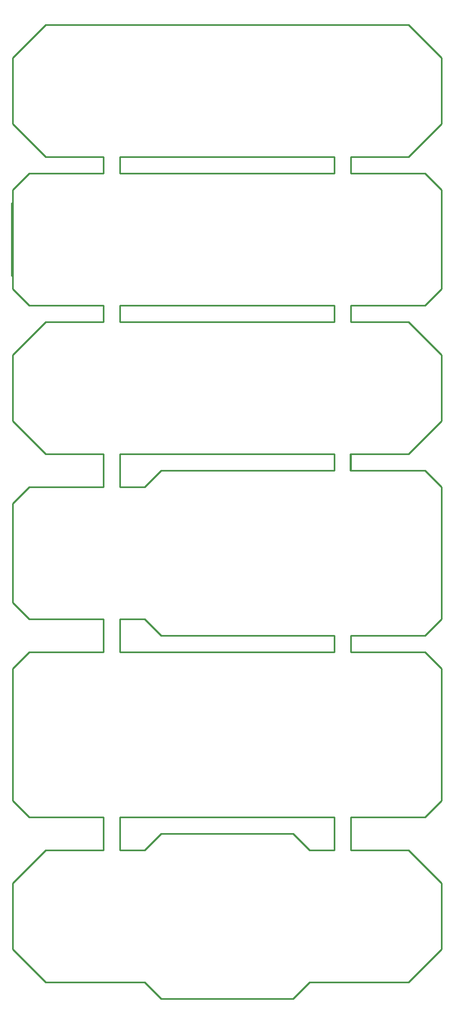
<source format=gko>
G04 Layer: BoardOutline*
G04 EasyEDA v6.4.25, 2021-12-03T12:49:12+01:00*
G04 610ea2077d8943ff92919c83ebf6a1f2,9c416354eb984020824aaf9c885bead6,10*
G04 Gerber Generator version 0.2*
G04 Scale: 100 percent, Rotated: No, Reflected: No *
G04 Dimensions in inches *
G04 leading zeros omitted , absolute positions ,3 integer and 6 decimal *
%FSLAX36Y36*%
%MOIN*%

%ADD10C,0.0100*%
D10*
X900000Y-1200000D02*
G01*
X1950000Y-1200000D01*
X650000Y-1300000D02*
G01*
X800000Y-1299800D01*
X899799Y-1200000D01*
X650000Y-2100000D02*
G01*
X650019Y-2300000D01*
X1950020Y-2300000D01*
X1950020Y-2200000D01*
X900000Y-2200000D01*
X650000Y-2100000D02*
G01*
X800900Y-2100000D01*
X900900Y-2200000D01*
X650000Y-1100000D02*
G01*
X650000Y-1300000D01*
X550019Y-1300000D02*
G01*
X550000Y-1100000D01*
X200000Y-1100000D01*
X0Y-2000000D02*
G01*
X100000Y-2100000D01*
X0Y-1400000D02*
G01*
X100000Y-1300000D01*
X19Y-2000000D02*
G01*
X19Y-1400000D01*
X100000Y-1300000D02*
G01*
X550019Y-1300000D01*
X100000Y-2300000D02*
G01*
X550000Y-2299832D01*
X550019Y-2100000D01*
X100000Y-2100000D01*
X2500000Y-1200000D02*
G01*
X2600000Y-1300000D01*
X2600000Y-2100000D02*
G01*
X2600000Y-1300000D01*
X2500000Y-2200000D02*
G01*
X2600000Y-2100000D01*
X2050000Y-1100199D02*
G01*
X2050000Y-1200000D01*
X2500000Y-1200000D01*
X2500000Y-2200000D02*
G01*
X2050020Y-2200167D01*
X2050020Y-2300000D01*
X2500000Y-2300000D01*
X2500000Y-2300000D02*
G01*
X2600000Y-2400000D01*
X2600020Y-3200000D02*
G01*
X2600020Y-2400000D01*
X2500000Y-3300000D02*
G01*
X2600000Y-3200000D01*
X2500000Y-3300000D02*
G01*
X2050020Y-3300000D01*
X2050020Y-3500000D01*
X0Y-3200000D02*
G01*
X100000Y-3300000D01*
X550019Y-3500000D02*
G01*
X550019Y-3300000D01*
X100000Y-3300000D01*
X0Y-2400000D02*
G01*
X100000Y-2300000D01*
X19Y-3200000D02*
G01*
X19Y-2400000D01*
X900000Y-3400000D02*
G01*
X800000Y-3500000D01*
X650019Y-3500000D01*
X1700000Y-3400000D02*
G01*
X1800000Y-3500000D01*
X1950020Y-3500000D01*
X900000Y-3400000D02*
G01*
X1700000Y-3400000D01*
X1700000Y-4400000D02*
G01*
X900000Y-4400000D01*
X0Y-3700000D02*
G01*
X200000Y-3500000D01*
X200000Y-3500000D02*
G01*
X550000Y-3500000D01*
X650019Y-3300000D02*
G01*
X650019Y-3500000D01*
X1700000Y-4400000D02*
G01*
X1800000Y-4300000D01*
X2400000Y-4300000D01*
X900000Y-4400000D02*
G01*
X800000Y-4300000D01*
X200000Y-4300000D01*
X0Y-4100000D02*
G01*
X200000Y-4300000D01*
X0Y-4100000D02*
G01*
X0Y-3700000D01*
X2600000Y-4100000D02*
G01*
X2400000Y-4300000D01*
X2400000Y-3500000D02*
G01*
X2600000Y-3700000D01*
X2600000Y-4100000D02*
G01*
X2600000Y-3700000D01*
X2050010Y-3500000D02*
G01*
X2400000Y-3500000D01*
X1950020Y-3500000D02*
G01*
X1950020Y-3300000D01*
X650019Y-3300000D01*
X200000Y-300000D02*
G01*
X0Y-500000D01*
X0Y-900000D02*
G01*
X200000Y-1100000D01*
X2400000Y-1100100D02*
G01*
X2600000Y-900000D01*
X2500000Y-200000D02*
G01*
X2050000Y-200167D01*
X2050000Y-300000D01*
X2400000Y-300000D01*
X2400000Y-300000D02*
G01*
X2600000Y-500000D01*
X2600000Y-900000D02*
G01*
X2600000Y-500000D01*
X2400000Y-1100100D02*
G01*
X2047500Y-1100100D01*
X2047500Y-1200100D01*
X0Y-900000D02*
G01*
X0Y-500000D01*
X200000Y-300000D02*
G01*
X550000Y-299832D01*
X550000Y-200000D01*
X100000Y-200000D01*
X0Y-100000D02*
G01*
X100000Y-200000D01*
X0Y500000D02*
G01*
X100000Y600000D01*
X0Y-100000D02*
G01*
X0Y500000D01*
X2500000Y-200000D02*
G01*
X2600000Y-100000D01*
X2500000Y600000D02*
G01*
X2600000Y500000D01*
X2600000Y-100000D02*
G01*
X2600000Y500000D01*
X2400000Y700000D02*
G01*
X2050000Y699832D01*
X2050000Y600000D01*
X2500000Y600000D01*
X100000Y600000D02*
G01*
X550000Y600167D01*
X550000Y700000D01*
X200000Y700000D01*
X2400000Y700000D02*
G01*
X2600000Y900000D01*
X2400000Y1500000D02*
G01*
X2600000Y1300000D01*
X2600000Y1293613D01*
X200000Y1500000D02*
G01*
X2400000Y1500000D01*
X2600000Y1300000D02*
G01*
X2600000Y900000D01*
X0Y900000D02*
G01*
X200000Y700000D01*
X0Y1300000D02*
G01*
X200000Y1500000D01*
X0Y1300000D02*
G01*
X0Y900000D01*
X1950000Y-1200000D02*
G01*
X1950000Y-1100000D01*
X650000Y-1100000D01*
X650000Y-200000D02*
G01*
X650000Y-300000D01*
X1950000Y-300000D01*
X1950000Y-200000D01*
X650000Y-200000D01*
X650000Y700000D02*
G01*
X650000Y600000D01*
X1950000Y600000D01*
X1950000Y700000D01*
X650000Y700000D01*
X-4994Y420019D02*
G01*
X-4994Y-19980D01*

%LPD*%
M02*

</source>
